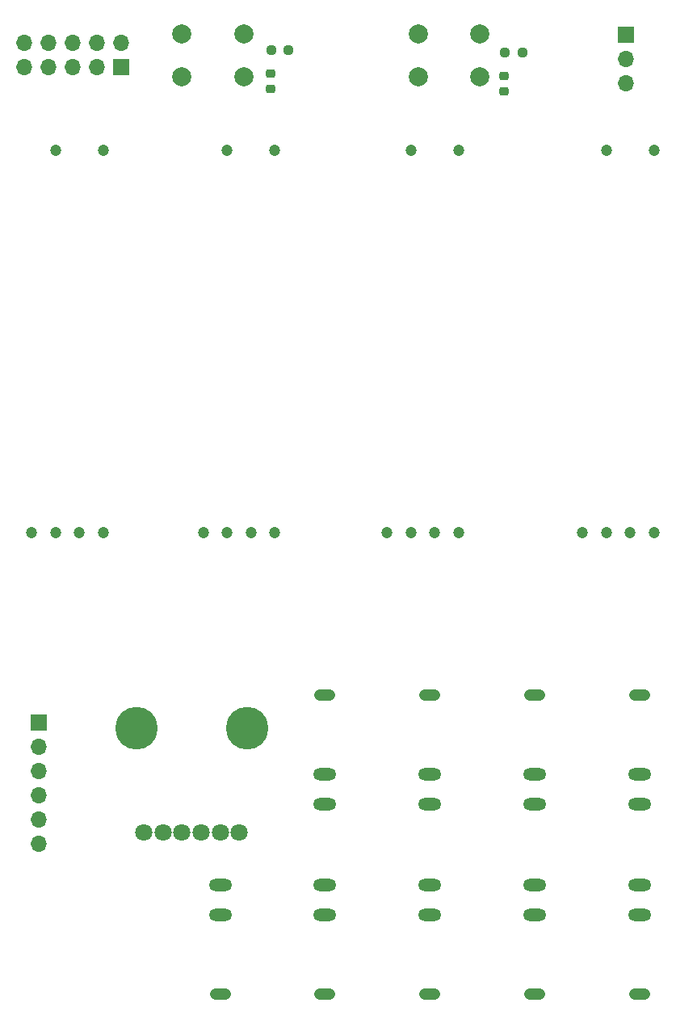
<source format=gbr>
%TF.GenerationSoftware,KiCad,Pcbnew,8.0.8*%
%TF.CreationDate,2025-01-25T01:21:00+01:00*%
%TF.ProjectId,aware01_h7,61776172-6530-4315-9f68-372e6b696361,rev?*%
%TF.SameCoordinates,Original*%
%TF.FileFunction,Soldermask,Top*%
%TF.FilePolarity,Negative*%
%FSLAX46Y46*%
G04 Gerber Fmt 4.6, Leading zero omitted, Abs format (unit mm)*
G04 Created by KiCad (PCBNEW 8.0.8) date 2025-01-25 01:21:00*
%MOMM*%
%LPD*%
G01*
G04 APERTURE LIST*
G04 Aperture macros list*
%AMRoundRect*
0 Rectangle with rounded corners*
0 $1 Rounding radius*
0 $2 $3 $4 $5 $6 $7 $8 $9 X,Y pos of 4 corners*
0 Add a 4 corners polygon primitive as box body*
4,1,4,$2,$3,$4,$5,$6,$7,$8,$9,$2,$3,0*
0 Add four circle primitives for the rounded corners*
1,1,$1+$1,$2,$3*
1,1,$1+$1,$4,$5*
1,1,$1+$1,$6,$7*
1,1,$1+$1,$8,$9*
0 Add four rect primitives between the rounded corners*
20,1,$1+$1,$2,$3,$4,$5,0*
20,1,$1+$1,$4,$5,$6,$7,0*
20,1,$1+$1,$6,$7,$8,$9,0*
20,1,$1+$1,$8,$9,$2,$3,0*%
G04 Aperture macros list end*
%ADD10C,1.200000*%
%ADD11RoundRect,0.225000X-0.250000X0.225000X-0.250000X-0.225000X0.250000X-0.225000X0.250000X0.225000X0*%
%ADD12O,2.420000X1.312000*%
%ADD13O,2.220000X1.212000*%
%ADD14C,2.000000*%
%ADD15C,1.800000*%
%ADD16C,4.455000*%
%ADD17RoundRect,0.237500X0.250000X0.237500X-0.250000X0.237500X-0.250000X-0.237500X0.250000X-0.237500X0*%
%ADD18R,1.700000X1.700000*%
%ADD19O,1.700000X1.700000*%
G04 APERTURE END LIST*
D10*
%TO.C,U4*%
X187250000Y-93000000D03*
X184750000Y-93000000D03*
X187250000Y-53000000D03*
X189750000Y-93000000D03*
X192250000Y-93000000D03*
X192250000Y-53000000D03*
%TD*%
%TO.C,U6*%
X227000000Y-93000000D03*
X224500000Y-93000000D03*
X227000000Y-53000000D03*
X229500000Y-93000000D03*
X232000000Y-93000000D03*
X232000000Y-53000000D03*
%TD*%
D11*
%TO.C,C15*%
X191750000Y-44975000D03*
X191750000Y-46525000D03*
%TD*%
D12*
%TO.C,J9*%
X208500000Y-129940000D03*
D13*
X208500000Y-141340000D03*
D12*
X208500000Y-133040000D03*
%TD*%
D11*
%TO.C,C16*%
X216250000Y-45225000D03*
X216250000Y-46775000D03*
%TD*%
D14*
%TO.C,SW3*%
X213750000Y-45250000D03*
X207250000Y-45250000D03*
X213750000Y-40750000D03*
X207250000Y-40750000D03*
%TD*%
D15*
%TO.C,VR1*%
X180500000Y-124475000D03*
X178500000Y-124475000D03*
X188500000Y-124475000D03*
X182500000Y-124475000D03*
X184500000Y-124475000D03*
X186500000Y-124475000D03*
D16*
X177700000Y-113475000D03*
X189300000Y-113475000D03*
%TD*%
D10*
%TO.C,U3*%
X169250000Y-93000000D03*
X166750000Y-93000000D03*
X169250000Y-53000000D03*
X171750000Y-93000000D03*
X174250000Y-93000000D03*
X174250000Y-53000000D03*
%TD*%
D17*
%TO.C,R2*%
X193662500Y-42500000D03*
X191837500Y-42500000D03*
%TD*%
D12*
%TO.C,J13*%
X230500000Y-121480000D03*
D13*
X230500000Y-110080000D03*
D12*
X230500000Y-118380000D03*
%TD*%
%TO.C,J8*%
X230500000Y-129940000D03*
D13*
X230500000Y-141340000D03*
D12*
X230500000Y-133040000D03*
%TD*%
%TO.C,J4*%
X208500000Y-121480000D03*
D13*
X208500000Y-110080000D03*
D12*
X208500000Y-118380000D03*
%TD*%
D17*
%TO.C,R3*%
X218162500Y-42750000D03*
X216337500Y-42750000D03*
%TD*%
D12*
%TO.C,J5*%
X186500000Y-129940000D03*
D13*
X186500000Y-141340000D03*
D12*
X186500000Y-133040000D03*
%TD*%
%TO.C,J11*%
X197500000Y-121480000D03*
D13*
X197500000Y-110080000D03*
D12*
X197500000Y-118380000D03*
%TD*%
%TO.C,J7*%
X197500000Y-129940000D03*
D13*
X197500000Y-141340000D03*
D12*
X197500000Y-133040000D03*
%TD*%
D10*
%TO.C,U5*%
X211500000Y-53000000D03*
X211500000Y-93000000D03*
X209000000Y-93000000D03*
X206500000Y-53000000D03*
X204000000Y-93000000D03*
X206500000Y-93000000D03*
%TD*%
D14*
%TO.C,SW2*%
X189000000Y-45250000D03*
X182500000Y-45250000D03*
X189000000Y-40750000D03*
X182500000Y-40750000D03*
%TD*%
D12*
%TO.C,J10*%
X219500000Y-129940000D03*
D13*
X219500000Y-141340000D03*
D12*
X219500000Y-133040000D03*
%TD*%
%TO.C,J6*%
X219500000Y-121480000D03*
D13*
X219500000Y-110080000D03*
D12*
X219500000Y-118380000D03*
%TD*%
D18*
%TO.C,J2*%
X229000000Y-40875000D03*
D19*
X229000000Y-43415000D03*
X229000000Y-45955000D03*
%TD*%
D18*
%TO.C,J1*%
X167500000Y-112920000D03*
D19*
X167500000Y-115460000D03*
X167500000Y-118000000D03*
X167500000Y-120540000D03*
X167500000Y-123080000D03*
X167500000Y-125620000D03*
%TD*%
D18*
%TO.C,J3*%
X176120000Y-44250000D03*
D19*
X176120000Y-41710000D03*
X173580000Y-44250000D03*
X173580000Y-41710000D03*
X171040000Y-44250000D03*
X171040000Y-41710000D03*
X168500000Y-44250000D03*
X168500000Y-41710000D03*
X165960000Y-44250000D03*
X165960000Y-41710000D03*
%TD*%
M02*

</source>
